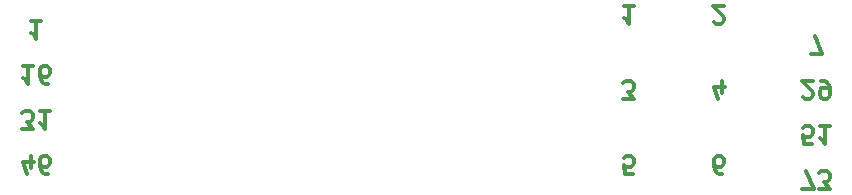
<source format=gbo>
G04 (created by PCBNEW (2013-07-07 BZR 4022)-stable) date 02/06/2014 08:27:59*
%MOIN*%
G04 Gerber Fmt 3.4, Leading zero omitted, Abs format*
%FSLAX34Y34*%
G01*
G70*
G90*
G04 APERTURE LIST*
%ADD10C,0.00590551*%
%ADD11C,0.011811*%
G04 APERTURE END LIST*
G54D10*
G54D11*
X61271Y-44851D02*
X61665Y-44851D01*
X61412Y-44260D01*
X61834Y-44851D02*
X62199Y-44851D01*
X62003Y-44626D01*
X62087Y-44626D01*
X62143Y-44598D01*
X62171Y-44570D01*
X62199Y-44514D01*
X62199Y-44373D01*
X62171Y-44317D01*
X62143Y-44289D01*
X62087Y-44260D01*
X61918Y-44260D01*
X61862Y-44289D01*
X61834Y-44317D01*
X61609Y-43351D02*
X61328Y-43351D01*
X61300Y-43070D01*
X61328Y-43098D01*
X61384Y-43126D01*
X61525Y-43126D01*
X61581Y-43098D01*
X61609Y-43070D01*
X61637Y-43014D01*
X61637Y-42873D01*
X61609Y-42817D01*
X61581Y-42789D01*
X61525Y-42760D01*
X61384Y-42760D01*
X61328Y-42789D01*
X61300Y-42817D01*
X62199Y-42760D02*
X61862Y-42760D01*
X62031Y-42760D02*
X62031Y-43351D01*
X61974Y-43267D01*
X61918Y-43210D01*
X61862Y-43182D01*
X61300Y-41795D02*
X61328Y-41823D01*
X61384Y-41851D01*
X61525Y-41851D01*
X61581Y-41823D01*
X61609Y-41795D01*
X61637Y-41739D01*
X61637Y-41682D01*
X61609Y-41598D01*
X61271Y-41260D01*
X61637Y-41260D01*
X61918Y-41260D02*
X62031Y-41260D01*
X62087Y-41289D01*
X62115Y-41317D01*
X62171Y-41401D01*
X62199Y-41514D01*
X62199Y-41739D01*
X62171Y-41795D01*
X62143Y-41823D01*
X62087Y-41851D01*
X61974Y-41851D01*
X61918Y-41823D01*
X61890Y-41795D01*
X61862Y-41739D01*
X61862Y-41598D01*
X61890Y-41542D01*
X61918Y-41514D01*
X61974Y-41485D01*
X62087Y-41485D01*
X62143Y-41514D01*
X62171Y-41542D01*
X62199Y-41598D01*
X61553Y-40351D02*
X61946Y-40351D01*
X61693Y-39760D01*
X58612Y-44351D02*
X58500Y-44351D01*
X58443Y-44323D01*
X58415Y-44295D01*
X58359Y-44210D01*
X58331Y-44098D01*
X58331Y-43873D01*
X58359Y-43817D01*
X58387Y-43789D01*
X58443Y-43760D01*
X58556Y-43760D01*
X58612Y-43789D01*
X58640Y-43817D01*
X58668Y-43873D01*
X58668Y-44014D01*
X58640Y-44070D01*
X58612Y-44098D01*
X58556Y-44126D01*
X58443Y-44126D01*
X58387Y-44098D01*
X58359Y-44070D01*
X58331Y-44014D01*
X55640Y-44351D02*
X55359Y-44351D01*
X55331Y-44070D01*
X55359Y-44098D01*
X55415Y-44126D01*
X55556Y-44126D01*
X55612Y-44098D01*
X55640Y-44070D01*
X55668Y-44014D01*
X55668Y-43873D01*
X55640Y-43817D01*
X55612Y-43789D01*
X55556Y-43760D01*
X55415Y-43760D01*
X55359Y-43789D01*
X55331Y-43817D01*
X58612Y-41654D02*
X58612Y-41260D01*
X58471Y-41879D02*
X58331Y-41457D01*
X58696Y-41457D01*
X55303Y-41851D02*
X55668Y-41851D01*
X55471Y-41626D01*
X55556Y-41626D01*
X55612Y-41598D01*
X55640Y-41570D01*
X55668Y-41514D01*
X55668Y-41373D01*
X55640Y-41317D01*
X55612Y-41289D01*
X55556Y-41260D01*
X55387Y-41260D01*
X55331Y-41289D01*
X55303Y-41317D01*
X58331Y-39295D02*
X58359Y-39323D01*
X58415Y-39351D01*
X58556Y-39351D01*
X58612Y-39323D01*
X58640Y-39295D01*
X58668Y-39239D01*
X58668Y-39182D01*
X58640Y-39098D01*
X58303Y-38760D01*
X58668Y-38760D01*
X55668Y-38760D02*
X55331Y-38760D01*
X55500Y-38760D02*
X55500Y-39351D01*
X55443Y-39267D01*
X55387Y-39210D01*
X55331Y-39182D01*
X35581Y-44154D02*
X35581Y-43760D01*
X35440Y-44379D02*
X35300Y-43957D01*
X35665Y-43957D01*
X36143Y-44351D02*
X36031Y-44351D01*
X35974Y-44323D01*
X35946Y-44295D01*
X35890Y-44210D01*
X35862Y-44098D01*
X35862Y-43873D01*
X35890Y-43817D01*
X35918Y-43789D01*
X35974Y-43760D01*
X36087Y-43760D01*
X36143Y-43789D01*
X36171Y-43817D01*
X36199Y-43873D01*
X36199Y-44014D01*
X36171Y-44070D01*
X36143Y-44098D01*
X36087Y-44126D01*
X35974Y-44126D01*
X35918Y-44098D01*
X35890Y-44070D01*
X35862Y-44014D01*
X35271Y-42851D02*
X35637Y-42851D01*
X35440Y-42626D01*
X35525Y-42626D01*
X35581Y-42598D01*
X35609Y-42570D01*
X35637Y-42514D01*
X35637Y-42373D01*
X35609Y-42317D01*
X35581Y-42289D01*
X35525Y-42260D01*
X35356Y-42260D01*
X35300Y-42289D01*
X35271Y-42317D01*
X36199Y-42260D02*
X35862Y-42260D01*
X36031Y-42260D02*
X36031Y-42851D01*
X35974Y-42767D01*
X35918Y-42710D01*
X35862Y-42682D01*
X35637Y-40760D02*
X35300Y-40760D01*
X35468Y-40760D02*
X35468Y-41351D01*
X35412Y-41267D01*
X35356Y-41210D01*
X35300Y-41182D01*
X36143Y-41351D02*
X36031Y-41351D01*
X35974Y-41323D01*
X35946Y-41295D01*
X35890Y-41210D01*
X35862Y-41098D01*
X35862Y-40873D01*
X35890Y-40817D01*
X35918Y-40789D01*
X35974Y-40760D01*
X36087Y-40760D01*
X36143Y-40789D01*
X36171Y-40817D01*
X36199Y-40873D01*
X36199Y-41014D01*
X36171Y-41070D01*
X36143Y-41098D01*
X36087Y-41126D01*
X35974Y-41126D01*
X35918Y-41098D01*
X35890Y-41070D01*
X35862Y-41014D01*
X35918Y-39260D02*
X35581Y-39260D01*
X35750Y-39260D02*
X35750Y-39851D01*
X35693Y-39767D01*
X35637Y-39710D01*
X35581Y-39682D01*
M02*

</source>
